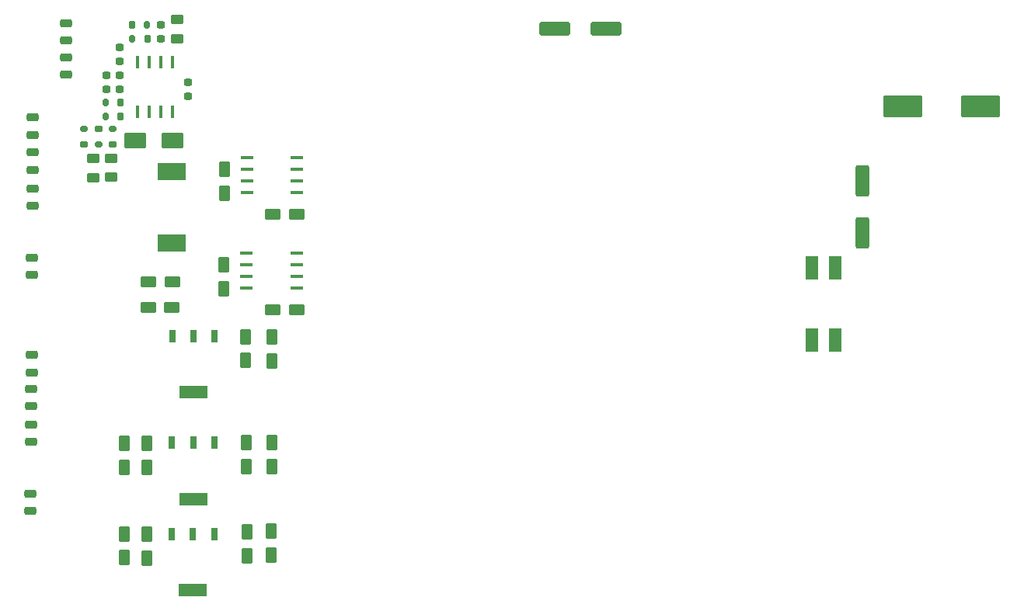
<source format=gbr>
%TF.GenerationSoftware,KiCad,Pcbnew,8.0.4*%
%TF.CreationDate,2024-10-07T13:18:05+07:00*%
%TF.ProjectId,Power_Supply,506f7765-725f-4537-9570-706c792e6b69,rev?*%
%TF.SameCoordinates,Original*%
%TF.FileFunction,Paste,Top*%
%TF.FilePolarity,Positive*%
%FSLAX46Y46*%
G04 Gerber Fmt 4.6, Leading zero omitted, Abs format (unit mm)*
G04 Created by KiCad (PCBNEW 8.0.4) date 2024-10-07 13:18:05*
%MOMM*%
%LPD*%
G01*
G04 APERTURE LIST*
G04 Aperture macros list*
%AMRoundRect*
0 Rectangle with rounded corners*
0 $1 Rounding radius*
0 $2 $3 $4 $5 $6 $7 $8 $9 X,Y pos of 4 corners*
0 Add a 4 corners polygon primitive as box body*
4,1,4,$2,$3,$4,$5,$6,$7,$8,$9,$2,$3,0*
0 Add four circle primitives for the rounded corners*
1,1,$1+$1,$2,$3*
1,1,$1+$1,$4,$5*
1,1,$1+$1,$6,$7*
1,1,$1+$1,$8,$9*
0 Add four rect primitives between the rounded corners*
20,1,$1+$1,$2,$3,$4,$5,0*
20,1,$1+$1,$4,$5,$6,$7,0*
20,1,$1+$1,$6,$7,$8,$9,0*
20,1,$1+$1,$8,$9,$2,$3,0*%
G04 Aperture macros list end*
%ADD10RoundRect,0.218350X-0.430850X0.218350X-0.430850X-0.218350X0.430850X-0.218350X0.430850X0.218350X0*%
%ADD11RoundRect,0.170600X-0.244100X0.170600X-0.244100X-0.170600X0.244100X-0.170600X0.244100X0.170600X0*%
%ADD12RoundRect,0.174600X-0.249600X0.174600X-0.249600X-0.174600X0.249600X-0.174600X0.249600X0.174600X0*%
%ADD13RoundRect,0.239840X-1.909360X-0.959360X1.909360X-0.959360X1.909360X0.959360X-1.909360X0.959360X0*%
%ADD14R,3.098400X1.898400*%
%ADD15RoundRect,0.234125X1.465075X0.515075X-1.465075X0.515075X-1.465075X-0.515075X1.465075X-0.515075X0*%
%ADD16RoundRect,0.199600X-0.224600X0.199600X-0.224600X-0.199600X0.224600X-0.199600X0.224600X0.199600X0*%
%ADD17RoundRect,0.207128X0.402072X-0.647072X0.402072X0.647072X-0.402072X0.647072X-0.402072X-0.647072X0*%
%ADD18R,1.358900X0.431800*%
%ADD19RoundRect,0.170600X-0.170600X-0.244100X0.170600X-0.244100X0.170600X0.244100X-0.170600X0.244100X0*%
%ADD20RoundRect,0.174600X-0.174600X-0.249600X0.174600X-0.249600X0.174600X0.249600X-0.174600X0.249600X0*%
%ADD21RoundRect,0.218350X0.430850X-0.218350X0.430850X0.218350X-0.430850X0.218350X-0.430850X-0.218350X0*%
%ADD22RoundRect,0.207128X0.647072X0.402072X-0.647072X0.402072X-0.647072X-0.402072X0.647072X-0.402072X0*%
%ADD23RoundRect,0.170600X0.244100X-0.170600X0.244100X0.170600X-0.244100X0.170600X-0.244100X-0.170600X0*%
%ADD24RoundRect,0.174600X0.249600X-0.174600X0.249600X0.174600X-0.249600X0.174600X-0.249600X-0.174600X0*%
%ADD25RoundRect,0.207128X-0.402072X0.647072X-0.402072X-0.647072X0.402072X-0.647072X0.402072X0.647072X0*%
%ADD26RoundRect,0.228383X-0.445817X0.308317X-0.445817X-0.308317X0.445817X-0.308317X0.445817X0.308317X0*%
%ADD27RoundRect,0.207128X-0.647072X-0.402072X0.647072X-0.402072X0.647072X0.402072X-0.647072X0.402072X0*%
%ADD28R,1.398400X2.648400*%
%ADD29R,0.431800X1.358900*%
%ADD30RoundRect,0.234125X-0.515075X1.465075X-0.515075X-1.465075X0.515075X-1.465075X0.515075X1.465075X0*%
%ADD31R,0.798401X1.348400*%
%ADD32R,3.048399X1.348400*%
%ADD33RoundRect,0.170600X0.170600X0.244100X-0.170600X0.244100X-0.170600X-0.244100X0.170600X-0.244100X0*%
%ADD34RoundRect,0.174600X0.174600X0.249600X-0.174600X0.249600X-0.174600X-0.249600X0.174600X-0.249600X0*%
%ADD35RoundRect,0.199600X0.224600X-0.199600X0.224600X0.199600X-0.224600X0.199600X-0.224600X-0.199600X0*%
%ADD36RoundRect,0.235889X0.963311X0.613311X-0.963311X0.613311X-0.963311X-0.613311X0.963311X-0.613311X0*%
G04 APERTURE END LIST*
D10*
%TO.C,D7*%
X60070200Y-86189500D03*
X60070200Y-88064500D03*
%TD*%
D11*
%TO.C,R21*%
X69080000Y-46434000D03*
D12*
X69080000Y-48084000D03*
%TD*%
D13*
%TO.C,C14*%
X155170200Y-43937000D03*
X163570200Y-43937000D03*
%TD*%
D14*
%TO.C,L3*%
X75460200Y-51043200D03*
X75460200Y-58843200D03*
%TD*%
D15*
%TO.C,C18*%
X122820200Y-35497000D03*
X117220200Y-35497000D03*
%TD*%
D16*
%TO.C,C31*%
X69820200Y-37512000D03*
X69820200Y-39062000D03*
%TD*%
D10*
%TO.C,D8*%
X60320200Y-52939500D03*
X60320200Y-54814500D03*
%TD*%
D17*
%TO.C,C44*%
X86422700Y-71692000D03*
X86422700Y-69092000D03*
%TD*%
D16*
%TO.C,C28*%
X74260200Y-35052000D03*
X74260200Y-36602000D03*
%TD*%
D18*
%TO.C,U6*%
X83616050Y-59932000D03*
X83616050Y-61202000D03*
X83616050Y-62472000D03*
X83616050Y-63742000D03*
X89064350Y-63742000D03*
X89064350Y-62472000D03*
X89064350Y-61202000D03*
X89064350Y-59932000D03*
%TD*%
D19*
%TO.C,R16*%
X71197200Y-36587200D03*
D20*
X72847200Y-36587200D03*
%TD*%
D21*
%TO.C,D5*%
X60320200Y-47064500D03*
X60320200Y-45189500D03*
%TD*%
D22*
%TO.C,C35*%
X75545200Y-63124500D03*
X72945200Y-63124500D03*
%TD*%
D21*
%TO.C,D9*%
X60170200Y-80527000D03*
X60170200Y-78652000D03*
%TD*%
D23*
%TO.C,R20*%
X67520400Y-48100000D03*
D24*
X67520400Y-46450000D03*
%TD*%
D17*
%TO.C,C46*%
X86350612Y-92915009D03*
X86350612Y-90315009D03*
%TD*%
D21*
%TO.C,D10*%
X60270200Y-62314500D03*
X60270200Y-60439500D03*
%TD*%
%TO.C,D12*%
X60170200Y-76614500D03*
X60170200Y-74739500D03*
%TD*%
%TO.C,D11*%
X60220200Y-72964500D03*
X60220200Y-71089500D03*
%TD*%
D19*
%TO.C,R18*%
X68237200Y-43567200D03*
D20*
X69887200Y-43567200D03*
%TD*%
D25*
%TO.C,C39*%
X70347700Y-80692000D03*
X70347700Y-83292000D03*
%TD*%
%TO.C,C40*%
X70297700Y-90592000D03*
X70297700Y-93192000D03*
%TD*%
D17*
%TO.C,C45*%
X86392700Y-83242000D03*
X86392700Y-80642000D03*
%TD*%
D26*
%TO.C,C27*%
X76061000Y-34510100D03*
X76061000Y-36585100D03*
%TD*%
D17*
%TO.C,C42*%
X83622700Y-83232000D03*
X83622700Y-80632000D03*
%TD*%
D27*
%TO.C,C26*%
X86465200Y-66129500D03*
X89065200Y-66129500D03*
%TD*%
D28*
%TO.C,U2*%
X147800200Y-61577000D03*
X145260200Y-61577000D03*
X145260200Y-69447000D03*
X147800200Y-69447000D03*
%TD*%
D26*
%TO.C,C34*%
X66900200Y-49640100D03*
X66900200Y-51715100D03*
%TD*%
%TO.C,C33*%
X68890200Y-49630100D03*
X68890200Y-51705100D03*
%TD*%
D21*
%TO.C,D6*%
X60320200Y-50864500D03*
X60320200Y-48989500D03*
%TD*%
D29*
%TO.C,U7*%
X75520200Y-39117000D03*
X74250200Y-39117000D03*
X72980200Y-39117000D03*
X71710200Y-39117000D03*
X71710200Y-44565300D03*
X72980200Y-44565300D03*
X74250200Y-44565300D03*
X75520200Y-44565300D03*
%TD*%
D27*
%TO.C,C25*%
X86499350Y-55754500D03*
X89099350Y-55754500D03*
%TD*%
D21*
%TO.C,D13*%
X63920200Y-40527000D03*
X63920200Y-38652000D03*
%TD*%
D30*
%TO.C,C17*%
X150750200Y-52127000D03*
X150750200Y-57727000D03*
%TD*%
D31*
%TO.C,U8*%
X80152700Y-68982000D03*
X77852700Y-68982000D03*
X75552700Y-68982000D03*
D32*
X77852700Y-75132000D03*
%TD*%
D31*
%TO.C,U10*%
X80090612Y-90585009D03*
X77790612Y-90585009D03*
X75490612Y-90585009D03*
D32*
X77790612Y-96735009D03*
%TD*%
D22*
%TO.C,C38*%
X75515200Y-65874500D03*
X72915200Y-65874500D03*
%TD*%
D31*
%TO.C,U9*%
X80110612Y-80665009D03*
X77810612Y-80665009D03*
X75510612Y-80665009D03*
D32*
X77810612Y-86815009D03*
%TD*%
D33*
%TO.C,R17*%
X72803200Y-35076800D03*
D34*
X71153200Y-35076800D03*
%TD*%
D17*
%TO.C,C41*%
X83552700Y-71682000D03*
X83552700Y-69082000D03*
%TD*%
D16*
%TO.C,C32*%
X77260200Y-41332000D03*
X77260200Y-42882000D03*
%TD*%
D35*
%TO.C,C29*%
X69840200Y-42102000D03*
X69840200Y-40552000D03*
%TD*%
D36*
%TO.C,D4*%
X71517700Y-47667000D03*
X75517700Y-47667000D03*
%TD*%
D17*
%TO.C,C43*%
X83680612Y-92965009D03*
X83680612Y-90365009D03*
%TD*%
D25*
%TO.C,C36*%
X72770200Y-80717000D03*
X72770200Y-83317000D03*
%TD*%
D11*
%TO.C,R19*%
X65890000Y-46444000D03*
D12*
X65890000Y-48094000D03*
%TD*%
D18*
%TO.C,U5*%
X83650200Y-49567000D03*
X83650200Y-50837000D03*
X83650200Y-52107000D03*
X83650200Y-53377000D03*
X89098500Y-53377000D03*
X89098500Y-52107000D03*
X89098500Y-50837000D03*
X89098500Y-49567000D03*
%TD*%
D19*
%TO.C,R22*%
X68247200Y-45057200D03*
D20*
X69897200Y-45057200D03*
%TD*%
D25*
%TO.C,C37*%
X72752700Y-90602000D03*
X72752700Y-93202000D03*
%TD*%
D21*
%TO.C,D14*%
X63970200Y-36764500D03*
X63970200Y-34889500D03*
%TD*%
D25*
%TO.C,C23*%
X81191850Y-50807000D03*
X81191850Y-53407000D03*
%TD*%
D35*
%TO.C,C30*%
X68360200Y-42102000D03*
X68360200Y-40552000D03*
%TD*%
D25*
%TO.C,C24*%
X81127700Y-61222000D03*
X81127700Y-63822000D03*
%TD*%
M02*

</source>
